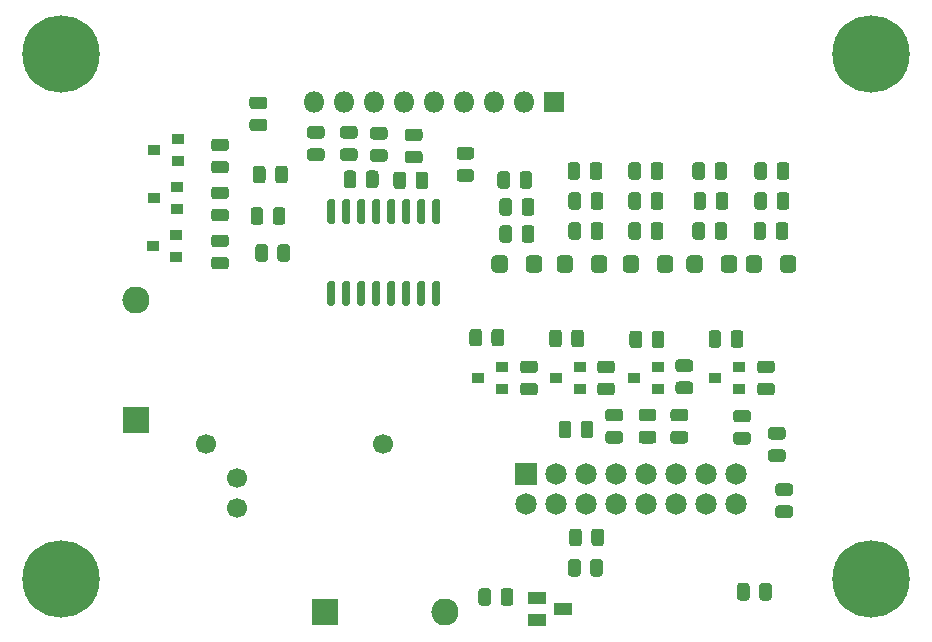
<source format=gbr>
G04 #@! TF.GenerationSoftware,KiCad,Pcbnew,(5.1.6-0-10_14)*
G04 #@! TF.CreationDate,2020-08-09T09:54:48-04:00*
G04 #@! TF.ProjectId,Pufferfish-Interface-2,50756666-6572-4666-9973-682d496e7465,rev?*
G04 #@! TF.SameCoordinates,Original*
G04 #@! TF.FileFunction,Soldermask,Top*
G04 #@! TF.FilePolarity,Negative*
%FSLAX46Y46*%
G04 Gerber Fmt 4.6, Leading zero omitted, Abs format (unit mm)*
G04 Created by KiCad (PCBNEW (5.1.6-0-10_14)) date 2020-08-09 09:54:48*
%MOMM*%
%LPD*%
G01*
G04 APERTURE LIST*
%ADD10C,6.553200*%
%ADD11R,1.500000X1.100000*%
%ADD12R,1.000000X0.900000*%
%ADD13O,2.300000X2.300000*%
%ADD14R,2.300000X2.300000*%
%ADD15O,1.800000X1.800000*%
%ADD16R,1.800000X1.800000*%
%ADD17R,1.825000X1.825000*%
%ADD18C,1.825000*%
%ADD19C,1.700000*%
G04 APERTURE END LIST*
D10*
X-3810000Y-6350000D03*
X-3810000Y-50800000D03*
X64770000Y-50800000D03*
X64770000Y-6350000D03*
D11*
X38692000Y-53340000D03*
X36492000Y-54290000D03*
X36492000Y-52390000D03*
G36*
G01*
X19255480Y-27649560D02*
X18905480Y-27649560D01*
G75*
G02*
X18730480Y-27474560I0J175000D01*
G01*
X18730480Y-25749560D01*
G75*
G02*
X18905480Y-25574560I175000J0D01*
G01*
X19255480Y-25574560D01*
G75*
G02*
X19430480Y-25749560I0J-175000D01*
G01*
X19430480Y-27474560D01*
G75*
G02*
X19255480Y-27649560I-175000J0D01*
G01*
G37*
G36*
G01*
X20525480Y-27649560D02*
X20175480Y-27649560D01*
G75*
G02*
X20000480Y-27474560I0J175000D01*
G01*
X20000480Y-25749560D01*
G75*
G02*
X20175480Y-25574560I175000J0D01*
G01*
X20525480Y-25574560D01*
G75*
G02*
X20700480Y-25749560I0J-175000D01*
G01*
X20700480Y-27474560D01*
G75*
G02*
X20525480Y-27649560I-175000J0D01*
G01*
G37*
G36*
G01*
X21795480Y-27649560D02*
X21445480Y-27649560D01*
G75*
G02*
X21270480Y-27474560I0J175000D01*
G01*
X21270480Y-25749560D01*
G75*
G02*
X21445480Y-25574560I175000J0D01*
G01*
X21795480Y-25574560D01*
G75*
G02*
X21970480Y-25749560I0J-175000D01*
G01*
X21970480Y-27474560D01*
G75*
G02*
X21795480Y-27649560I-175000J0D01*
G01*
G37*
G36*
G01*
X23065480Y-27649560D02*
X22715480Y-27649560D01*
G75*
G02*
X22540480Y-27474560I0J175000D01*
G01*
X22540480Y-25749560D01*
G75*
G02*
X22715480Y-25574560I175000J0D01*
G01*
X23065480Y-25574560D01*
G75*
G02*
X23240480Y-25749560I0J-175000D01*
G01*
X23240480Y-27474560D01*
G75*
G02*
X23065480Y-27649560I-175000J0D01*
G01*
G37*
G36*
G01*
X24335480Y-27649560D02*
X23985480Y-27649560D01*
G75*
G02*
X23810480Y-27474560I0J175000D01*
G01*
X23810480Y-25749560D01*
G75*
G02*
X23985480Y-25574560I175000J0D01*
G01*
X24335480Y-25574560D01*
G75*
G02*
X24510480Y-25749560I0J-175000D01*
G01*
X24510480Y-27474560D01*
G75*
G02*
X24335480Y-27649560I-175000J0D01*
G01*
G37*
G36*
G01*
X25605480Y-27649560D02*
X25255480Y-27649560D01*
G75*
G02*
X25080480Y-27474560I0J175000D01*
G01*
X25080480Y-25749560D01*
G75*
G02*
X25255480Y-25574560I175000J0D01*
G01*
X25605480Y-25574560D01*
G75*
G02*
X25780480Y-25749560I0J-175000D01*
G01*
X25780480Y-27474560D01*
G75*
G02*
X25605480Y-27649560I-175000J0D01*
G01*
G37*
G36*
G01*
X26875480Y-27649560D02*
X26525480Y-27649560D01*
G75*
G02*
X26350480Y-27474560I0J175000D01*
G01*
X26350480Y-25749560D01*
G75*
G02*
X26525480Y-25574560I175000J0D01*
G01*
X26875480Y-25574560D01*
G75*
G02*
X27050480Y-25749560I0J-175000D01*
G01*
X27050480Y-27474560D01*
G75*
G02*
X26875480Y-27649560I-175000J0D01*
G01*
G37*
G36*
G01*
X28145480Y-27649560D02*
X27795480Y-27649560D01*
G75*
G02*
X27620480Y-27474560I0J175000D01*
G01*
X27620480Y-25749560D01*
G75*
G02*
X27795480Y-25574560I175000J0D01*
G01*
X28145480Y-25574560D01*
G75*
G02*
X28320480Y-25749560I0J-175000D01*
G01*
X28320480Y-27474560D01*
G75*
G02*
X28145480Y-27649560I-175000J0D01*
G01*
G37*
G36*
G01*
X28145480Y-20724560D02*
X27795480Y-20724560D01*
G75*
G02*
X27620480Y-20549560I0J175000D01*
G01*
X27620480Y-18824560D01*
G75*
G02*
X27795480Y-18649560I175000J0D01*
G01*
X28145480Y-18649560D01*
G75*
G02*
X28320480Y-18824560I0J-175000D01*
G01*
X28320480Y-20549560D01*
G75*
G02*
X28145480Y-20724560I-175000J0D01*
G01*
G37*
G36*
G01*
X26875480Y-20724560D02*
X26525480Y-20724560D01*
G75*
G02*
X26350480Y-20549560I0J175000D01*
G01*
X26350480Y-18824560D01*
G75*
G02*
X26525480Y-18649560I175000J0D01*
G01*
X26875480Y-18649560D01*
G75*
G02*
X27050480Y-18824560I0J-175000D01*
G01*
X27050480Y-20549560D01*
G75*
G02*
X26875480Y-20724560I-175000J0D01*
G01*
G37*
G36*
G01*
X25605480Y-20724560D02*
X25255480Y-20724560D01*
G75*
G02*
X25080480Y-20549560I0J175000D01*
G01*
X25080480Y-18824560D01*
G75*
G02*
X25255480Y-18649560I175000J0D01*
G01*
X25605480Y-18649560D01*
G75*
G02*
X25780480Y-18824560I0J-175000D01*
G01*
X25780480Y-20549560D01*
G75*
G02*
X25605480Y-20724560I-175000J0D01*
G01*
G37*
G36*
G01*
X24335480Y-20724560D02*
X23985480Y-20724560D01*
G75*
G02*
X23810480Y-20549560I0J175000D01*
G01*
X23810480Y-18824560D01*
G75*
G02*
X23985480Y-18649560I175000J0D01*
G01*
X24335480Y-18649560D01*
G75*
G02*
X24510480Y-18824560I0J-175000D01*
G01*
X24510480Y-20549560D01*
G75*
G02*
X24335480Y-20724560I-175000J0D01*
G01*
G37*
G36*
G01*
X23065480Y-20724560D02*
X22715480Y-20724560D01*
G75*
G02*
X22540480Y-20549560I0J175000D01*
G01*
X22540480Y-18824560D01*
G75*
G02*
X22715480Y-18649560I175000J0D01*
G01*
X23065480Y-18649560D01*
G75*
G02*
X23240480Y-18824560I0J-175000D01*
G01*
X23240480Y-20549560D01*
G75*
G02*
X23065480Y-20724560I-175000J0D01*
G01*
G37*
G36*
G01*
X21795480Y-20724560D02*
X21445480Y-20724560D01*
G75*
G02*
X21270480Y-20549560I0J175000D01*
G01*
X21270480Y-18824560D01*
G75*
G02*
X21445480Y-18649560I175000J0D01*
G01*
X21795480Y-18649560D01*
G75*
G02*
X21970480Y-18824560I0J-175000D01*
G01*
X21970480Y-20549560D01*
G75*
G02*
X21795480Y-20724560I-175000J0D01*
G01*
G37*
G36*
G01*
X20525480Y-20724560D02*
X20175480Y-20724560D01*
G75*
G02*
X20000480Y-20549560I0J175000D01*
G01*
X20000480Y-18824560D01*
G75*
G02*
X20175480Y-18649560I175000J0D01*
G01*
X20525480Y-18649560D01*
G75*
G02*
X20700480Y-18824560I0J-175000D01*
G01*
X20700480Y-20549560D01*
G75*
G02*
X20525480Y-20724560I-175000J0D01*
G01*
G37*
G36*
G01*
X19255480Y-20724560D02*
X18905480Y-20724560D01*
G75*
G02*
X18730480Y-20549560I0J175000D01*
G01*
X18730480Y-18824560D01*
G75*
G02*
X18905480Y-18649560I175000J0D01*
G01*
X19255480Y-18649560D01*
G75*
G02*
X19430480Y-18824560I0J-175000D01*
G01*
X19430480Y-20549560D01*
G75*
G02*
X19255480Y-20724560I-175000J0D01*
G01*
G37*
G36*
G01*
X57863000Y-18314750D02*
X57863000Y-19277250D01*
G75*
G02*
X57594250Y-19546000I-268750J0D01*
G01*
X57056750Y-19546000D01*
G75*
G02*
X56788000Y-19277250I0J268750D01*
G01*
X56788000Y-18314750D01*
G75*
G02*
X57056750Y-18046000I268750J0D01*
G01*
X57594250Y-18046000D01*
G75*
G02*
X57863000Y-18314750I0J-268750D01*
G01*
G37*
G36*
G01*
X55988000Y-18314750D02*
X55988000Y-19277250D01*
G75*
G02*
X55719250Y-19546000I-268750J0D01*
G01*
X55181750Y-19546000D01*
G75*
G02*
X54913000Y-19277250I0J268750D01*
G01*
X54913000Y-18314750D01*
G75*
G02*
X55181750Y-18046000I268750J0D01*
G01*
X55719250Y-18046000D01*
G75*
G02*
X55988000Y-18314750I0J-268750D01*
G01*
G37*
G36*
G01*
X56788000Y-16737250D02*
X56788000Y-15774750D01*
G75*
G02*
X57056750Y-15506000I268750J0D01*
G01*
X57594250Y-15506000D01*
G75*
G02*
X57863000Y-15774750I0J-268750D01*
G01*
X57863000Y-16737250D01*
G75*
G02*
X57594250Y-17006000I-268750J0D01*
G01*
X57056750Y-17006000D01*
G75*
G02*
X56788000Y-16737250I0J268750D01*
G01*
G37*
G36*
G01*
X54913000Y-16737250D02*
X54913000Y-15774750D01*
G75*
G02*
X55181750Y-15506000I268750J0D01*
G01*
X55719250Y-15506000D01*
G75*
G02*
X55988000Y-15774750I0J-268750D01*
G01*
X55988000Y-16737250D01*
G75*
G02*
X55719250Y-17006000I-268750J0D01*
G01*
X55181750Y-17006000D01*
G75*
G02*
X54913000Y-16737250I0J268750D01*
G01*
G37*
G36*
G01*
X36273000Y-18822750D02*
X36273000Y-19785250D01*
G75*
G02*
X36004250Y-20054000I-268750J0D01*
G01*
X35466750Y-20054000D01*
G75*
G02*
X35198000Y-19785250I0J268750D01*
G01*
X35198000Y-18822750D01*
G75*
G02*
X35466750Y-18554000I268750J0D01*
G01*
X36004250Y-18554000D01*
G75*
G02*
X36273000Y-18822750I0J-268750D01*
G01*
G37*
G36*
G01*
X34398000Y-18822750D02*
X34398000Y-19785250D01*
G75*
G02*
X34129250Y-20054000I-268750J0D01*
G01*
X33591750Y-20054000D01*
G75*
G02*
X33323000Y-19785250I0J268750D01*
G01*
X33323000Y-18822750D01*
G75*
G02*
X33591750Y-18554000I268750J0D01*
G01*
X34129250Y-18554000D01*
G75*
G02*
X34398000Y-18822750I0J-268750D01*
G01*
G37*
G36*
G01*
X42115000Y-18314750D02*
X42115000Y-19277250D01*
G75*
G02*
X41846250Y-19546000I-268750J0D01*
G01*
X41308750Y-19546000D01*
G75*
G02*
X41040000Y-19277250I0J268750D01*
G01*
X41040000Y-18314750D01*
G75*
G02*
X41308750Y-18046000I268750J0D01*
G01*
X41846250Y-18046000D01*
G75*
G02*
X42115000Y-18314750I0J-268750D01*
G01*
G37*
G36*
G01*
X40240000Y-18314750D02*
X40240000Y-19277250D01*
G75*
G02*
X39971250Y-19546000I-268750J0D01*
G01*
X39433750Y-19546000D01*
G75*
G02*
X39165000Y-19277250I0J268750D01*
G01*
X39165000Y-18314750D01*
G75*
G02*
X39433750Y-18046000I268750J0D01*
G01*
X39971250Y-18046000D01*
G75*
G02*
X40240000Y-18314750I0J-268750D01*
G01*
G37*
G36*
G01*
X45320000Y-18314750D02*
X45320000Y-19277250D01*
G75*
G02*
X45051250Y-19546000I-268750J0D01*
G01*
X44513750Y-19546000D01*
G75*
G02*
X44245000Y-19277250I0J268750D01*
G01*
X44245000Y-18314750D01*
G75*
G02*
X44513750Y-18046000I268750J0D01*
G01*
X45051250Y-18046000D01*
G75*
G02*
X45320000Y-18314750I0J-268750D01*
G01*
G37*
G36*
G01*
X47195000Y-18314750D02*
X47195000Y-19277250D01*
G75*
G02*
X46926250Y-19546000I-268750J0D01*
G01*
X46388750Y-19546000D01*
G75*
G02*
X46120000Y-19277250I0J268750D01*
G01*
X46120000Y-18314750D01*
G75*
G02*
X46388750Y-18046000I268750J0D01*
G01*
X46926250Y-18046000D01*
G75*
G02*
X47195000Y-18314750I0J-268750D01*
G01*
G37*
G36*
G01*
X52704500Y-18314750D02*
X52704500Y-19277250D01*
G75*
G02*
X52435750Y-19546000I-268750J0D01*
G01*
X51898250Y-19546000D01*
G75*
G02*
X51629500Y-19277250I0J268750D01*
G01*
X51629500Y-18314750D01*
G75*
G02*
X51898250Y-18046000I268750J0D01*
G01*
X52435750Y-18046000D01*
G75*
G02*
X52704500Y-18314750I0J-268750D01*
G01*
G37*
G36*
G01*
X50829500Y-18314750D02*
X50829500Y-19277250D01*
G75*
G02*
X50560750Y-19546000I-268750J0D01*
G01*
X50023250Y-19546000D01*
G75*
G02*
X49754500Y-19277250I0J268750D01*
G01*
X49754500Y-18314750D01*
G75*
G02*
X50023250Y-18046000I268750J0D01*
G01*
X50560750Y-18046000D01*
G75*
G02*
X50829500Y-18314750I0J-268750D01*
G01*
G37*
G36*
G01*
X35022500Y-17499250D02*
X35022500Y-16536750D01*
G75*
G02*
X35291250Y-16268000I268750J0D01*
G01*
X35828750Y-16268000D01*
G75*
G02*
X36097500Y-16536750I0J-268750D01*
G01*
X36097500Y-17499250D01*
G75*
G02*
X35828750Y-17768000I-268750J0D01*
G01*
X35291250Y-17768000D01*
G75*
G02*
X35022500Y-17499250I0J268750D01*
G01*
G37*
G36*
G01*
X33147500Y-17499250D02*
X33147500Y-16536750D01*
G75*
G02*
X33416250Y-16268000I268750J0D01*
G01*
X33953750Y-16268000D01*
G75*
G02*
X34222500Y-16536750I0J-268750D01*
G01*
X34222500Y-17499250D01*
G75*
G02*
X33953750Y-17768000I-268750J0D01*
G01*
X33416250Y-17768000D01*
G75*
G02*
X33147500Y-17499250I0J268750D01*
G01*
G37*
G36*
G01*
X40961500Y-16737250D02*
X40961500Y-15774750D01*
G75*
G02*
X41230250Y-15506000I268750J0D01*
G01*
X41767750Y-15506000D01*
G75*
G02*
X42036500Y-15774750I0J-268750D01*
G01*
X42036500Y-16737250D01*
G75*
G02*
X41767750Y-17006000I-268750J0D01*
G01*
X41230250Y-17006000D01*
G75*
G02*
X40961500Y-16737250I0J268750D01*
G01*
G37*
G36*
G01*
X39086500Y-16737250D02*
X39086500Y-15774750D01*
G75*
G02*
X39355250Y-15506000I268750J0D01*
G01*
X39892750Y-15506000D01*
G75*
G02*
X40161500Y-15774750I0J-268750D01*
G01*
X40161500Y-16737250D01*
G75*
G02*
X39892750Y-17006000I-268750J0D01*
G01*
X39355250Y-17006000D01*
G75*
G02*
X39086500Y-16737250I0J268750D01*
G01*
G37*
G36*
G01*
X44245000Y-16737250D02*
X44245000Y-15774750D01*
G75*
G02*
X44513750Y-15506000I268750J0D01*
G01*
X45051250Y-15506000D01*
G75*
G02*
X45320000Y-15774750I0J-268750D01*
G01*
X45320000Y-16737250D01*
G75*
G02*
X45051250Y-17006000I-268750J0D01*
G01*
X44513750Y-17006000D01*
G75*
G02*
X44245000Y-16737250I0J268750D01*
G01*
G37*
G36*
G01*
X46120000Y-16737250D02*
X46120000Y-15774750D01*
G75*
G02*
X46388750Y-15506000I268750J0D01*
G01*
X46926250Y-15506000D01*
G75*
G02*
X47195000Y-15774750I0J-268750D01*
G01*
X47195000Y-16737250D01*
G75*
G02*
X46926250Y-17006000I-268750J0D01*
G01*
X46388750Y-17006000D01*
G75*
G02*
X46120000Y-16737250I0J268750D01*
G01*
G37*
G36*
G01*
X49657500Y-16737250D02*
X49657500Y-15774750D01*
G75*
G02*
X49926250Y-15506000I268750J0D01*
G01*
X50463750Y-15506000D01*
G75*
G02*
X50732500Y-15774750I0J-268750D01*
G01*
X50732500Y-16737250D01*
G75*
G02*
X50463750Y-17006000I-268750J0D01*
G01*
X49926250Y-17006000D01*
G75*
G02*
X49657500Y-16737250I0J268750D01*
G01*
G37*
G36*
G01*
X51532500Y-16737250D02*
X51532500Y-15774750D01*
G75*
G02*
X51801250Y-15506000I268750J0D01*
G01*
X52338750Y-15506000D01*
G75*
G02*
X52607500Y-15774750I0J-268750D01*
G01*
X52607500Y-16737250D01*
G75*
G02*
X52338750Y-17006000I-268750J0D01*
G01*
X51801250Y-17006000D01*
G75*
G02*
X51532500Y-16737250I0J268750D01*
G01*
G37*
G36*
G01*
X17301290Y-14329360D02*
X18263790Y-14329360D01*
G75*
G02*
X18532540Y-14598110I0J-268750D01*
G01*
X18532540Y-15135610D01*
G75*
G02*
X18263790Y-15404360I-268750J0D01*
G01*
X17301290Y-15404360D01*
G75*
G02*
X17032540Y-15135610I0J268750D01*
G01*
X17032540Y-14598110D01*
G75*
G02*
X17301290Y-14329360I268750J0D01*
G01*
G37*
G36*
G01*
X17301290Y-12454360D02*
X18263790Y-12454360D01*
G75*
G02*
X18532540Y-12723110I0J-268750D01*
G01*
X18532540Y-13260610D01*
G75*
G02*
X18263790Y-13529360I-268750J0D01*
G01*
X17301290Y-13529360D01*
G75*
G02*
X17032540Y-13260610I0J268750D01*
G01*
X17032540Y-12723110D01*
G75*
G02*
X17301290Y-12454360I268750J0D01*
G01*
G37*
G36*
G01*
X20095290Y-12454360D02*
X21057790Y-12454360D01*
G75*
G02*
X21326540Y-12723110I0J-268750D01*
G01*
X21326540Y-13260610D01*
G75*
G02*
X21057790Y-13529360I-268750J0D01*
G01*
X20095290Y-13529360D01*
G75*
G02*
X19826540Y-13260610I0J268750D01*
G01*
X19826540Y-12723110D01*
G75*
G02*
X20095290Y-12454360I268750J0D01*
G01*
G37*
G36*
G01*
X20095290Y-14329360D02*
X21057790Y-14329360D01*
G75*
G02*
X21326540Y-14598110I0J-268750D01*
G01*
X21326540Y-15135610D01*
G75*
G02*
X21057790Y-15404360I-268750J0D01*
G01*
X20095290Y-15404360D01*
G75*
G02*
X19826540Y-15135610I0J268750D01*
G01*
X19826540Y-14598110D01*
G75*
G02*
X20095290Y-14329360I268750J0D01*
G01*
G37*
G36*
G01*
X22635290Y-14407860D02*
X23597790Y-14407860D01*
G75*
G02*
X23866540Y-14676610I0J-268750D01*
G01*
X23866540Y-15214110D01*
G75*
G02*
X23597790Y-15482860I-268750J0D01*
G01*
X22635290Y-15482860D01*
G75*
G02*
X22366540Y-15214110I0J268750D01*
G01*
X22366540Y-14676610D01*
G75*
G02*
X22635290Y-14407860I268750J0D01*
G01*
G37*
G36*
G01*
X22635290Y-12532860D02*
X23597790Y-12532860D01*
G75*
G02*
X23866540Y-12801610I0J-268750D01*
G01*
X23866540Y-13339110D01*
G75*
G02*
X23597790Y-13607860I-268750J0D01*
G01*
X22635290Y-13607860D01*
G75*
G02*
X22366540Y-13339110I0J268750D01*
G01*
X22366540Y-12801610D01*
G75*
G02*
X22635290Y-12532860I268750J0D01*
G01*
G37*
G36*
G01*
X25584230Y-12665420D02*
X26546730Y-12665420D01*
G75*
G02*
X26815480Y-12934170I0J-268750D01*
G01*
X26815480Y-13471670D01*
G75*
G02*
X26546730Y-13740420I-268750J0D01*
G01*
X25584230Y-13740420D01*
G75*
G02*
X25315480Y-13471670I0J268750D01*
G01*
X25315480Y-12934170D01*
G75*
G02*
X25584230Y-12665420I268750J0D01*
G01*
G37*
G36*
G01*
X25584230Y-14540420D02*
X26546730Y-14540420D01*
G75*
G02*
X26815480Y-14809170I0J-268750D01*
G01*
X26815480Y-15346670D01*
G75*
G02*
X26546730Y-15615420I-268750J0D01*
G01*
X25584230Y-15615420D01*
G75*
G02*
X25315480Y-15346670I0J268750D01*
G01*
X25315480Y-14809170D01*
G75*
G02*
X25584230Y-14540420I268750J0D01*
G01*
G37*
G36*
G01*
X10133250Y-14586000D02*
X9170750Y-14586000D01*
G75*
G02*
X8902000Y-14317250I0J268750D01*
G01*
X8902000Y-13779750D01*
G75*
G02*
X9170750Y-13511000I268750J0D01*
G01*
X10133250Y-13511000D01*
G75*
G02*
X10402000Y-13779750I0J-268750D01*
G01*
X10402000Y-14317250D01*
G75*
G02*
X10133250Y-14586000I-268750J0D01*
G01*
G37*
G36*
G01*
X10133250Y-16461000D02*
X9170750Y-16461000D01*
G75*
G02*
X8902000Y-16192250I0J268750D01*
G01*
X8902000Y-15654750D01*
G75*
G02*
X9170750Y-15386000I268750J0D01*
G01*
X10133250Y-15386000D01*
G75*
G02*
X10402000Y-15654750I0J-268750D01*
G01*
X10402000Y-16192250D01*
G75*
G02*
X10133250Y-16461000I-268750J0D01*
G01*
G37*
G36*
G01*
X10133250Y-20525000D02*
X9170750Y-20525000D01*
G75*
G02*
X8902000Y-20256250I0J268750D01*
G01*
X8902000Y-19718750D01*
G75*
G02*
X9170750Y-19450000I268750J0D01*
G01*
X10133250Y-19450000D01*
G75*
G02*
X10402000Y-19718750I0J-268750D01*
G01*
X10402000Y-20256250D01*
G75*
G02*
X10133250Y-20525000I-268750J0D01*
G01*
G37*
G36*
G01*
X10133250Y-18650000D02*
X9170750Y-18650000D01*
G75*
G02*
X8902000Y-18381250I0J268750D01*
G01*
X8902000Y-17843750D01*
G75*
G02*
X9170750Y-17575000I268750J0D01*
G01*
X10133250Y-17575000D01*
G75*
G02*
X10402000Y-17843750I0J-268750D01*
G01*
X10402000Y-18381250D01*
G75*
G02*
X10133250Y-18650000I-268750J0D01*
G01*
G37*
G36*
G01*
X10133250Y-22714000D02*
X9170750Y-22714000D01*
G75*
G02*
X8902000Y-22445250I0J268750D01*
G01*
X8902000Y-21907750D01*
G75*
G02*
X9170750Y-21639000I268750J0D01*
G01*
X10133250Y-21639000D01*
G75*
G02*
X10402000Y-21907750I0J-268750D01*
G01*
X10402000Y-22445250D01*
G75*
G02*
X10133250Y-22714000I-268750J0D01*
G01*
G37*
G36*
G01*
X10133250Y-24589000D02*
X9170750Y-24589000D01*
G75*
G02*
X8902000Y-24320250I0J268750D01*
G01*
X8902000Y-23782750D01*
G75*
G02*
X9170750Y-23514000I268750J0D01*
G01*
X10133250Y-23514000D01*
G75*
G02*
X10402000Y-23782750I0J-268750D01*
G01*
X10402000Y-24320250D01*
G75*
G02*
X10133250Y-24589000I-268750J0D01*
G01*
G37*
G36*
G01*
X34495000Y-51842750D02*
X34495000Y-52805250D01*
G75*
G02*
X34226250Y-53074000I-268750J0D01*
G01*
X33688750Y-53074000D01*
G75*
G02*
X33420000Y-52805250I0J268750D01*
G01*
X33420000Y-51842750D01*
G75*
G02*
X33688750Y-51574000I268750J0D01*
G01*
X34226250Y-51574000D01*
G75*
G02*
X34495000Y-51842750I0J-268750D01*
G01*
G37*
G36*
G01*
X32620000Y-51842750D02*
X32620000Y-52805250D01*
G75*
G02*
X32351250Y-53074000I-268750J0D01*
G01*
X31813750Y-53074000D01*
G75*
G02*
X31545000Y-52805250I0J268750D01*
G01*
X31545000Y-51842750D01*
G75*
G02*
X31813750Y-51574000I268750J0D01*
G01*
X32351250Y-51574000D01*
G75*
G02*
X32620000Y-51842750I0J-268750D01*
G01*
G37*
G36*
G01*
X52099020Y-29998750D02*
X52099020Y-30961250D01*
G75*
G02*
X51830270Y-31230000I-268750J0D01*
G01*
X51292770Y-31230000D01*
G75*
G02*
X51024020Y-30961250I0J268750D01*
G01*
X51024020Y-29998750D01*
G75*
G02*
X51292770Y-29730000I268750J0D01*
G01*
X51830270Y-29730000D01*
G75*
G02*
X52099020Y-29998750I0J-268750D01*
G01*
G37*
G36*
G01*
X53974020Y-29998750D02*
X53974020Y-30961250D01*
G75*
G02*
X53705270Y-31230000I-268750J0D01*
G01*
X53167770Y-31230000D01*
G75*
G02*
X52899020Y-30961250I0J268750D01*
G01*
X52899020Y-29998750D01*
G75*
G02*
X53167770Y-29730000I268750J0D01*
G01*
X53705270Y-29730000D01*
G75*
G02*
X53974020Y-29998750I0J-268750D01*
G01*
G37*
G36*
G01*
X47273500Y-30036850D02*
X47273500Y-30999350D01*
G75*
G02*
X47004750Y-31268100I-268750J0D01*
G01*
X46467250Y-31268100D01*
G75*
G02*
X46198500Y-30999350I0J268750D01*
G01*
X46198500Y-30036850D01*
G75*
G02*
X46467250Y-29768100I268750J0D01*
G01*
X47004750Y-29768100D01*
G75*
G02*
X47273500Y-30036850I0J-268750D01*
G01*
G37*
G36*
G01*
X45398500Y-30036850D02*
X45398500Y-30999350D01*
G75*
G02*
X45129750Y-31268100I-268750J0D01*
G01*
X44592250Y-31268100D01*
G75*
G02*
X44323500Y-30999350I0J268750D01*
G01*
X44323500Y-30036850D01*
G75*
G02*
X44592250Y-29768100I268750J0D01*
G01*
X45129750Y-29768100D01*
G75*
G02*
X45398500Y-30036850I0J-268750D01*
G01*
G37*
G36*
G01*
X38609320Y-29958110D02*
X38609320Y-30920610D01*
G75*
G02*
X38340570Y-31189360I-268750J0D01*
G01*
X37803070Y-31189360D01*
G75*
G02*
X37534320Y-30920610I0J268750D01*
G01*
X37534320Y-29958110D01*
G75*
G02*
X37803070Y-29689360I268750J0D01*
G01*
X38340570Y-29689360D01*
G75*
G02*
X38609320Y-29958110I0J-268750D01*
G01*
G37*
G36*
G01*
X40484320Y-29958110D02*
X40484320Y-30920610D01*
G75*
G02*
X40215570Y-31189360I-268750J0D01*
G01*
X39678070Y-31189360D01*
G75*
G02*
X39409320Y-30920610I0J268750D01*
G01*
X39409320Y-29958110D01*
G75*
G02*
X39678070Y-29689360I268750J0D01*
G01*
X40215570Y-29689360D01*
G75*
G02*
X40484320Y-29958110I0J-268750D01*
G01*
G37*
G36*
G01*
X33723080Y-29879370D02*
X33723080Y-30841870D01*
G75*
G02*
X33454330Y-31110620I-268750J0D01*
G01*
X32916830Y-31110620D01*
G75*
G02*
X32648080Y-30841870I0J268750D01*
G01*
X32648080Y-29879370D01*
G75*
G02*
X32916830Y-29610620I268750J0D01*
G01*
X33454330Y-29610620D01*
G75*
G02*
X33723080Y-29879370I0J-268750D01*
G01*
G37*
G36*
G01*
X31848080Y-29879370D02*
X31848080Y-30841870D01*
G75*
G02*
X31579330Y-31110620I-268750J0D01*
G01*
X31041830Y-31110620D01*
G75*
G02*
X30773080Y-30841870I0J268750D01*
G01*
X30773080Y-29879370D01*
G75*
G02*
X31041830Y-29610620I268750J0D01*
G01*
X31579330Y-29610620D01*
G75*
G02*
X31848080Y-29879370I0J-268750D01*
G01*
G37*
G36*
G01*
X56361250Y-35257000D02*
X55398750Y-35257000D01*
G75*
G02*
X55130000Y-34988250I0J268750D01*
G01*
X55130000Y-34450750D01*
G75*
G02*
X55398750Y-34182000I268750J0D01*
G01*
X56361250Y-34182000D01*
G75*
G02*
X56630000Y-34450750I0J-268750D01*
G01*
X56630000Y-34988250D01*
G75*
G02*
X56361250Y-35257000I-268750J0D01*
G01*
G37*
G36*
G01*
X56361250Y-33382000D02*
X55398750Y-33382000D01*
G75*
G02*
X55130000Y-33113250I0J268750D01*
G01*
X55130000Y-32575750D01*
G75*
G02*
X55398750Y-32307000I268750J0D01*
G01*
X56361250Y-32307000D01*
G75*
G02*
X56630000Y-32575750I0J-268750D01*
G01*
X56630000Y-33113250D01*
G75*
G02*
X56361250Y-33382000I-268750J0D01*
G01*
G37*
G36*
G01*
X49457530Y-33275320D02*
X48495030Y-33275320D01*
G75*
G02*
X48226280Y-33006570I0J268750D01*
G01*
X48226280Y-32469070D01*
G75*
G02*
X48495030Y-32200320I268750J0D01*
G01*
X49457530Y-32200320D01*
G75*
G02*
X49726280Y-32469070I0J-268750D01*
G01*
X49726280Y-33006570D01*
G75*
G02*
X49457530Y-33275320I-268750J0D01*
G01*
G37*
G36*
G01*
X49457530Y-35150320D02*
X48495030Y-35150320D01*
G75*
G02*
X48226280Y-34881570I0J268750D01*
G01*
X48226280Y-34344070D01*
G75*
G02*
X48495030Y-34075320I268750J0D01*
G01*
X49457530Y-34075320D01*
G75*
G02*
X49726280Y-34344070I0J-268750D01*
G01*
X49726280Y-34881570D01*
G75*
G02*
X49457530Y-35150320I-268750J0D01*
G01*
G37*
G36*
G01*
X42823050Y-35257000D02*
X41860550Y-35257000D01*
G75*
G02*
X41591800Y-34988250I0J268750D01*
G01*
X41591800Y-34450750D01*
G75*
G02*
X41860550Y-34182000I268750J0D01*
G01*
X42823050Y-34182000D01*
G75*
G02*
X43091800Y-34450750I0J-268750D01*
G01*
X43091800Y-34988250D01*
G75*
G02*
X42823050Y-35257000I-268750J0D01*
G01*
G37*
G36*
G01*
X42823050Y-33382000D02*
X41860550Y-33382000D01*
G75*
G02*
X41591800Y-33113250I0J268750D01*
G01*
X41591800Y-32575750D01*
G75*
G02*
X41860550Y-32307000I268750J0D01*
G01*
X42823050Y-32307000D01*
G75*
G02*
X43091800Y-32575750I0J-268750D01*
G01*
X43091800Y-33113250D01*
G75*
G02*
X42823050Y-33382000I-268750J0D01*
G01*
G37*
G36*
G01*
X36295250Y-33382000D02*
X35332750Y-33382000D01*
G75*
G02*
X35064000Y-33113250I0J268750D01*
G01*
X35064000Y-32575750D01*
G75*
G02*
X35332750Y-32307000I268750J0D01*
G01*
X36295250Y-32307000D01*
G75*
G02*
X36564000Y-32575750I0J-268750D01*
G01*
X36564000Y-33113250D01*
G75*
G02*
X36295250Y-33382000I-268750J0D01*
G01*
G37*
G36*
G01*
X36295250Y-35257000D02*
X35332750Y-35257000D01*
G75*
G02*
X35064000Y-34988250I0J268750D01*
G01*
X35064000Y-34450750D01*
G75*
G02*
X35332750Y-34182000I268750J0D01*
G01*
X36295250Y-34182000D01*
G75*
G02*
X36564000Y-34450750I0J-268750D01*
G01*
X36564000Y-34988250D01*
G75*
G02*
X36295250Y-35257000I-268750J0D01*
G01*
G37*
D12*
X4080000Y-14478000D03*
X6080000Y-13528000D03*
X6080000Y-15428000D03*
X4047740Y-18521720D03*
X6047740Y-17571720D03*
X6047740Y-19471720D03*
X5970780Y-23566160D03*
X5970780Y-21666160D03*
X3970780Y-22616160D03*
X51578000Y-33782000D03*
X53578000Y-32832000D03*
X53578000Y-34732000D03*
X46720000Y-34732000D03*
X46720000Y-32832000D03*
X44720000Y-33782000D03*
X38116000Y-33782000D03*
X40116000Y-32832000D03*
X40116000Y-34732000D03*
X33512000Y-34732000D03*
X33512000Y-32832000D03*
X31512000Y-33782000D03*
G36*
G01*
X57064000Y-24530000D02*
X57064000Y-23730000D01*
G75*
G02*
X57414000Y-23380000I350000J0D01*
G01*
X58114000Y-23380000D01*
G75*
G02*
X58464000Y-23730000I0J-350000D01*
G01*
X58464000Y-24530000D01*
G75*
G02*
X58114000Y-24880000I-350000J0D01*
G01*
X57414000Y-24880000D01*
G75*
G02*
X57064000Y-24530000I0J350000D01*
G01*
G37*
G36*
G01*
X54164000Y-24530000D02*
X54164000Y-23730000D01*
G75*
G02*
X54514000Y-23380000I350000J0D01*
G01*
X55214000Y-23380000D01*
G75*
G02*
X55564000Y-23730000I0J-350000D01*
G01*
X55564000Y-24530000D01*
G75*
G02*
X55214000Y-24880000I-350000J0D01*
G01*
X54514000Y-24880000D01*
G75*
G02*
X54164000Y-24530000I0J350000D01*
G01*
G37*
G36*
G01*
X35548000Y-24530000D02*
X35548000Y-23730000D01*
G75*
G02*
X35898000Y-23380000I350000J0D01*
G01*
X36598000Y-23380000D01*
G75*
G02*
X36948000Y-23730000I0J-350000D01*
G01*
X36948000Y-24530000D01*
G75*
G02*
X36598000Y-24880000I-350000J0D01*
G01*
X35898000Y-24880000D01*
G75*
G02*
X35548000Y-24530000I0J350000D01*
G01*
G37*
G36*
G01*
X32648000Y-24530000D02*
X32648000Y-23730000D01*
G75*
G02*
X32998000Y-23380000I350000J0D01*
G01*
X33698000Y-23380000D01*
G75*
G02*
X34048000Y-23730000I0J-350000D01*
G01*
X34048000Y-24530000D01*
G75*
G02*
X33698000Y-24880000I-350000J0D01*
G01*
X32998000Y-24880000D01*
G75*
G02*
X32648000Y-24530000I0J350000D01*
G01*
G37*
G36*
G01*
X41062000Y-24530000D02*
X41062000Y-23730000D01*
G75*
G02*
X41412000Y-23380000I350000J0D01*
G01*
X42112000Y-23380000D01*
G75*
G02*
X42462000Y-23730000I0J-350000D01*
G01*
X42462000Y-24530000D01*
G75*
G02*
X42112000Y-24880000I-350000J0D01*
G01*
X41412000Y-24880000D01*
G75*
G02*
X41062000Y-24530000I0J350000D01*
G01*
G37*
G36*
G01*
X38162000Y-24530000D02*
X38162000Y-23730000D01*
G75*
G02*
X38512000Y-23380000I350000J0D01*
G01*
X39212000Y-23380000D01*
G75*
G02*
X39562000Y-23730000I0J-350000D01*
G01*
X39562000Y-24530000D01*
G75*
G02*
X39212000Y-24880000I-350000J0D01*
G01*
X38512000Y-24880000D01*
G75*
G02*
X38162000Y-24530000I0J350000D01*
G01*
G37*
G36*
G01*
X43750000Y-24530000D02*
X43750000Y-23730000D01*
G75*
G02*
X44100000Y-23380000I350000J0D01*
G01*
X44800000Y-23380000D01*
G75*
G02*
X45150000Y-23730000I0J-350000D01*
G01*
X45150000Y-24530000D01*
G75*
G02*
X44800000Y-24880000I-350000J0D01*
G01*
X44100000Y-24880000D01*
G75*
G02*
X43750000Y-24530000I0J350000D01*
G01*
G37*
G36*
G01*
X46650000Y-24530000D02*
X46650000Y-23730000D01*
G75*
G02*
X47000000Y-23380000I350000J0D01*
G01*
X47700000Y-23380000D01*
G75*
G02*
X48050000Y-23730000I0J-350000D01*
G01*
X48050000Y-24530000D01*
G75*
G02*
X47700000Y-24880000I-350000J0D01*
G01*
X47000000Y-24880000D01*
G75*
G02*
X46650000Y-24530000I0J350000D01*
G01*
G37*
G36*
G01*
X49158000Y-24530000D02*
X49158000Y-23730000D01*
G75*
G02*
X49508000Y-23380000I350000J0D01*
G01*
X50208000Y-23380000D01*
G75*
G02*
X50558000Y-23730000I0J-350000D01*
G01*
X50558000Y-24530000D01*
G75*
G02*
X50208000Y-24880000I-350000J0D01*
G01*
X49508000Y-24880000D01*
G75*
G02*
X49158000Y-24530000I0J350000D01*
G01*
G37*
G36*
G01*
X52058000Y-24530000D02*
X52058000Y-23730000D01*
G75*
G02*
X52408000Y-23380000I350000J0D01*
G01*
X53108000Y-23380000D01*
G75*
G02*
X53458000Y-23730000I0J-350000D01*
G01*
X53458000Y-24530000D01*
G75*
G02*
X53108000Y-24880000I-350000J0D01*
G01*
X52408000Y-24880000D01*
G75*
G02*
X52058000Y-24530000I0J350000D01*
G01*
G37*
D13*
X2540000Y-27178000D03*
D14*
X2540000Y-37338000D03*
X18542000Y-53594000D03*
D13*
X28702000Y-53594000D03*
G36*
G01*
X54834500Y-21817250D02*
X54834500Y-20854750D01*
G75*
G02*
X55103250Y-20586000I268750J0D01*
G01*
X55640750Y-20586000D01*
G75*
G02*
X55909500Y-20854750I0J-268750D01*
G01*
X55909500Y-21817250D01*
G75*
G02*
X55640750Y-22086000I-268750J0D01*
G01*
X55103250Y-22086000D01*
G75*
G02*
X54834500Y-21817250I0J268750D01*
G01*
G37*
G36*
G01*
X56709500Y-21817250D02*
X56709500Y-20854750D01*
G75*
G02*
X56978250Y-20586000I268750J0D01*
G01*
X57515750Y-20586000D01*
G75*
G02*
X57784500Y-20854750I0J-268750D01*
G01*
X57784500Y-21817250D01*
G75*
G02*
X57515750Y-22086000I-268750J0D01*
G01*
X56978250Y-22086000D01*
G75*
G02*
X56709500Y-21817250I0J268750D01*
G01*
G37*
G36*
G01*
X33323000Y-22071250D02*
X33323000Y-21108750D01*
G75*
G02*
X33591750Y-20840000I268750J0D01*
G01*
X34129250Y-20840000D01*
G75*
G02*
X34398000Y-21108750I0J-268750D01*
G01*
X34398000Y-22071250D01*
G75*
G02*
X34129250Y-22340000I-268750J0D01*
G01*
X33591750Y-22340000D01*
G75*
G02*
X33323000Y-22071250I0J268750D01*
G01*
G37*
G36*
G01*
X35198000Y-22071250D02*
X35198000Y-21108750D01*
G75*
G02*
X35466750Y-20840000I268750J0D01*
G01*
X36004250Y-20840000D01*
G75*
G02*
X36273000Y-21108750I0J-268750D01*
G01*
X36273000Y-22071250D01*
G75*
G02*
X36004250Y-22340000I-268750J0D01*
G01*
X35466750Y-22340000D01*
G75*
G02*
X35198000Y-22071250I0J268750D01*
G01*
G37*
G36*
G01*
X39165000Y-21817250D02*
X39165000Y-20854750D01*
G75*
G02*
X39433750Y-20586000I268750J0D01*
G01*
X39971250Y-20586000D01*
G75*
G02*
X40240000Y-20854750I0J-268750D01*
G01*
X40240000Y-21817250D01*
G75*
G02*
X39971250Y-22086000I-268750J0D01*
G01*
X39433750Y-22086000D01*
G75*
G02*
X39165000Y-21817250I0J268750D01*
G01*
G37*
G36*
G01*
X41040000Y-21817250D02*
X41040000Y-20854750D01*
G75*
G02*
X41308750Y-20586000I268750J0D01*
G01*
X41846250Y-20586000D01*
G75*
G02*
X42115000Y-20854750I0J-268750D01*
G01*
X42115000Y-21817250D01*
G75*
G02*
X41846250Y-22086000I-268750J0D01*
G01*
X41308750Y-22086000D01*
G75*
G02*
X41040000Y-21817250I0J268750D01*
G01*
G37*
G36*
G01*
X46120000Y-21817250D02*
X46120000Y-20854750D01*
G75*
G02*
X46388750Y-20586000I268750J0D01*
G01*
X46926250Y-20586000D01*
G75*
G02*
X47195000Y-20854750I0J-268750D01*
G01*
X47195000Y-21817250D01*
G75*
G02*
X46926250Y-22086000I-268750J0D01*
G01*
X46388750Y-22086000D01*
G75*
G02*
X46120000Y-21817250I0J268750D01*
G01*
G37*
G36*
G01*
X44245000Y-21817250D02*
X44245000Y-20854750D01*
G75*
G02*
X44513750Y-20586000I268750J0D01*
G01*
X45051250Y-20586000D01*
G75*
G02*
X45320000Y-20854750I0J-268750D01*
G01*
X45320000Y-21817250D01*
G75*
G02*
X45051250Y-22086000I-268750J0D01*
G01*
X44513750Y-22086000D01*
G75*
G02*
X44245000Y-21817250I0J268750D01*
G01*
G37*
G36*
G01*
X51532500Y-21817250D02*
X51532500Y-20854750D01*
G75*
G02*
X51801250Y-20586000I268750J0D01*
G01*
X52338750Y-20586000D01*
G75*
G02*
X52607500Y-20854750I0J-268750D01*
G01*
X52607500Y-21817250D01*
G75*
G02*
X52338750Y-22086000I-268750J0D01*
G01*
X51801250Y-22086000D01*
G75*
G02*
X51532500Y-21817250I0J268750D01*
G01*
G37*
G36*
G01*
X49657500Y-21817250D02*
X49657500Y-20854750D01*
G75*
G02*
X49926250Y-20586000I268750J0D01*
G01*
X50463750Y-20586000D01*
G75*
G02*
X50732500Y-20854750I0J-268750D01*
G01*
X50732500Y-21817250D01*
G75*
G02*
X50463750Y-22086000I-268750J0D01*
G01*
X49926250Y-22086000D01*
G75*
G02*
X49657500Y-21817250I0J268750D01*
G01*
G37*
G36*
G01*
X40199260Y-38621890D02*
X40199260Y-37659390D01*
G75*
G02*
X40468010Y-37390640I268750J0D01*
G01*
X41005510Y-37390640D01*
G75*
G02*
X41274260Y-37659390I0J-268750D01*
G01*
X41274260Y-38621890D01*
G75*
G02*
X41005510Y-38890640I-268750J0D01*
G01*
X40468010Y-38890640D01*
G75*
G02*
X40199260Y-38621890I0J268750D01*
G01*
G37*
G36*
G01*
X38324260Y-38621890D02*
X38324260Y-37659390D01*
G75*
G02*
X38593010Y-37390640I268750J0D01*
G01*
X39130510Y-37390640D01*
G75*
G02*
X39399260Y-37659390I0J-268750D01*
G01*
X39399260Y-38621890D01*
G75*
G02*
X39130510Y-38890640I-268750J0D01*
G01*
X38593010Y-38890640D01*
G75*
G02*
X38324260Y-38621890I0J268750D01*
G01*
G37*
G36*
G01*
X42551430Y-38263780D02*
X43513930Y-38263780D01*
G75*
G02*
X43782680Y-38532530I0J-268750D01*
G01*
X43782680Y-39070030D01*
G75*
G02*
X43513930Y-39338780I-268750J0D01*
G01*
X42551430Y-39338780D01*
G75*
G02*
X42282680Y-39070030I0J268750D01*
G01*
X42282680Y-38532530D01*
G75*
G02*
X42551430Y-38263780I268750J0D01*
G01*
G37*
G36*
G01*
X42551430Y-36388780D02*
X43513930Y-36388780D01*
G75*
G02*
X43782680Y-36657530I0J-268750D01*
G01*
X43782680Y-37195030D01*
G75*
G02*
X43513930Y-37463780I-268750J0D01*
G01*
X42551430Y-37463780D01*
G75*
G02*
X42282680Y-37195030I0J268750D01*
G01*
X42282680Y-36657530D01*
G75*
G02*
X42551430Y-36388780I268750J0D01*
G01*
G37*
G36*
G01*
X45375910Y-38263780D02*
X46338410Y-38263780D01*
G75*
G02*
X46607160Y-38532530I0J-268750D01*
G01*
X46607160Y-39070030D01*
G75*
G02*
X46338410Y-39338780I-268750J0D01*
G01*
X45375910Y-39338780D01*
G75*
G02*
X45107160Y-39070030I0J268750D01*
G01*
X45107160Y-38532530D01*
G75*
G02*
X45375910Y-38263780I268750J0D01*
G01*
G37*
G36*
G01*
X45375910Y-36388780D02*
X46338410Y-36388780D01*
G75*
G02*
X46607160Y-36657530I0J-268750D01*
G01*
X46607160Y-37195030D01*
G75*
G02*
X46338410Y-37463780I-268750J0D01*
G01*
X45375910Y-37463780D01*
G75*
G02*
X45107160Y-37195030I0J268750D01*
G01*
X45107160Y-36657530D01*
G75*
G02*
X45375910Y-36388780I268750J0D01*
G01*
G37*
G36*
G01*
X48070850Y-38263780D02*
X49033350Y-38263780D01*
G75*
G02*
X49302100Y-38532530I0J-268750D01*
G01*
X49302100Y-39070030D01*
G75*
G02*
X49033350Y-39338780I-268750J0D01*
G01*
X48070850Y-39338780D01*
G75*
G02*
X47802100Y-39070030I0J268750D01*
G01*
X47802100Y-38532530D01*
G75*
G02*
X48070850Y-38263780I268750J0D01*
G01*
G37*
G36*
G01*
X48070850Y-36388780D02*
X49033350Y-36388780D01*
G75*
G02*
X49302100Y-36657530I0J-268750D01*
G01*
X49302100Y-37195030D01*
G75*
G02*
X49033350Y-37463780I-268750J0D01*
G01*
X48070850Y-37463780D01*
G75*
G02*
X47802100Y-37195030I0J268750D01*
G01*
X47802100Y-36657530D01*
G75*
G02*
X48070850Y-36388780I268750J0D01*
G01*
G37*
G36*
G01*
X53376910Y-38350140D02*
X54339410Y-38350140D01*
G75*
G02*
X54608160Y-38618890I0J-268750D01*
G01*
X54608160Y-39156390D01*
G75*
G02*
X54339410Y-39425140I-268750J0D01*
G01*
X53376910Y-39425140D01*
G75*
G02*
X53108160Y-39156390I0J268750D01*
G01*
X53108160Y-38618890D01*
G75*
G02*
X53376910Y-38350140I268750J0D01*
G01*
G37*
G36*
G01*
X53376910Y-36475140D02*
X54339410Y-36475140D01*
G75*
G02*
X54608160Y-36743890I0J-268750D01*
G01*
X54608160Y-37281390D01*
G75*
G02*
X54339410Y-37550140I-268750J0D01*
G01*
X53376910Y-37550140D01*
G75*
G02*
X53108160Y-37281390I0J268750D01*
G01*
X53108160Y-36743890D01*
G75*
G02*
X53376910Y-36475140I268750J0D01*
G01*
G37*
G36*
G01*
X56333470Y-39815480D02*
X57295970Y-39815480D01*
G75*
G02*
X57564720Y-40084230I0J-268750D01*
G01*
X57564720Y-40621730D01*
G75*
G02*
X57295970Y-40890480I-268750J0D01*
G01*
X56333470Y-40890480D01*
G75*
G02*
X56064720Y-40621730I0J268750D01*
G01*
X56064720Y-40084230D01*
G75*
G02*
X56333470Y-39815480I268750J0D01*
G01*
G37*
G36*
G01*
X56333470Y-37940480D02*
X57295970Y-37940480D01*
G75*
G02*
X57564720Y-38209230I0J-268750D01*
G01*
X57564720Y-38746730D01*
G75*
G02*
X57295970Y-39015480I-268750J0D01*
G01*
X56333470Y-39015480D01*
G75*
G02*
X56064720Y-38746730I0J268750D01*
G01*
X56064720Y-38209230D01*
G75*
G02*
X56333470Y-37940480I268750J0D01*
G01*
G37*
G36*
G01*
X41103740Y-47763350D02*
X41103740Y-46800850D01*
G75*
G02*
X41372490Y-46532100I268750J0D01*
G01*
X41909990Y-46532100D01*
G75*
G02*
X42178740Y-46800850I0J-268750D01*
G01*
X42178740Y-47763350D01*
G75*
G02*
X41909990Y-48032100I-268750J0D01*
G01*
X41372490Y-48032100D01*
G75*
G02*
X41103740Y-47763350I0J268750D01*
G01*
G37*
G36*
G01*
X39228740Y-47763350D02*
X39228740Y-46800850D01*
G75*
G02*
X39497490Y-46532100I268750J0D01*
G01*
X40034990Y-46532100D01*
G75*
G02*
X40303740Y-46800850I0J-268750D01*
G01*
X40303740Y-47763350D01*
G75*
G02*
X40034990Y-48032100I-268750J0D01*
G01*
X39497490Y-48032100D01*
G75*
G02*
X39228740Y-47763350I0J268750D01*
G01*
G37*
G36*
G01*
X40204440Y-49368790D02*
X40204440Y-50331290D01*
G75*
G02*
X39935690Y-50600040I-268750J0D01*
G01*
X39398190Y-50600040D01*
G75*
G02*
X39129440Y-50331290I0J268750D01*
G01*
X39129440Y-49368790D01*
G75*
G02*
X39398190Y-49100040I268750J0D01*
G01*
X39935690Y-49100040D01*
G75*
G02*
X40204440Y-49368790I0J-268750D01*
G01*
G37*
G36*
G01*
X42079440Y-49368790D02*
X42079440Y-50331290D01*
G75*
G02*
X41810690Y-50600040I-268750J0D01*
G01*
X41273190Y-50600040D01*
G75*
G02*
X41004440Y-50331290I0J268750D01*
G01*
X41004440Y-49368790D01*
G75*
G02*
X41273190Y-49100040I268750J0D01*
G01*
X41810690Y-49100040D01*
G75*
G02*
X42079440Y-49368790I0J-268750D01*
G01*
G37*
G36*
G01*
X55304640Y-52355670D02*
X55304640Y-51393170D01*
G75*
G02*
X55573390Y-51124420I268750J0D01*
G01*
X56110890Y-51124420D01*
G75*
G02*
X56379640Y-51393170I0J-268750D01*
G01*
X56379640Y-52355670D01*
G75*
G02*
X56110890Y-52624420I-268750J0D01*
G01*
X55573390Y-52624420D01*
G75*
G02*
X55304640Y-52355670I0J268750D01*
G01*
G37*
G36*
G01*
X53429640Y-52355670D02*
X53429640Y-51393170D01*
G75*
G02*
X53698390Y-51124420I268750J0D01*
G01*
X54235890Y-51124420D01*
G75*
G02*
X54504640Y-51393170I0J-268750D01*
G01*
X54504640Y-52355670D01*
G75*
G02*
X54235890Y-52624420I-268750J0D01*
G01*
X53698390Y-52624420D01*
G75*
G02*
X53429640Y-52355670I0J268750D01*
G01*
G37*
G36*
G01*
X57903030Y-43768060D02*
X56940530Y-43768060D01*
G75*
G02*
X56671780Y-43499310I0J268750D01*
G01*
X56671780Y-42961810D01*
G75*
G02*
X56940530Y-42693060I268750J0D01*
G01*
X57903030Y-42693060D01*
G75*
G02*
X58171780Y-42961810I0J-268750D01*
G01*
X58171780Y-43499310D01*
G75*
G02*
X57903030Y-43768060I-268750J0D01*
G01*
G37*
G36*
G01*
X57903030Y-45643060D02*
X56940530Y-45643060D01*
G75*
G02*
X56671780Y-45374310I0J268750D01*
G01*
X56671780Y-44836810D01*
G75*
G02*
X56940530Y-44568060I268750J0D01*
G01*
X57903030Y-44568060D01*
G75*
G02*
X58171780Y-44836810I0J-268750D01*
G01*
X58171780Y-45374310D01*
G75*
G02*
X57903030Y-45643060I-268750J0D01*
G01*
G37*
G36*
G01*
X13326160Y-19594910D02*
X13326160Y-20557410D01*
G75*
G02*
X13057410Y-20826160I-268750J0D01*
G01*
X12519910Y-20826160D01*
G75*
G02*
X12251160Y-20557410I0J268750D01*
G01*
X12251160Y-19594910D01*
G75*
G02*
X12519910Y-19326160I268750J0D01*
G01*
X13057410Y-19326160D01*
G75*
G02*
X13326160Y-19594910I0J-268750D01*
G01*
G37*
G36*
G01*
X15201160Y-19594910D02*
X15201160Y-20557410D01*
G75*
G02*
X14932410Y-20826160I-268750J0D01*
G01*
X14394910Y-20826160D01*
G75*
G02*
X14126160Y-20557410I0J268750D01*
G01*
X14126160Y-19594910D01*
G75*
G02*
X14394910Y-19326160I268750J0D01*
G01*
X14932410Y-19326160D01*
G75*
G02*
X15201160Y-19594910I0J-268750D01*
G01*
G37*
G36*
G01*
X13719860Y-22714030D02*
X13719860Y-23676530D01*
G75*
G02*
X13451110Y-23945280I-268750J0D01*
G01*
X12913610Y-23945280D01*
G75*
G02*
X12644860Y-23676530I0J268750D01*
G01*
X12644860Y-22714030D01*
G75*
G02*
X12913610Y-22445280I268750J0D01*
G01*
X13451110Y-22445280D01*
G75*
G02*
X13719860Y-22714030I0J-268750D01*
G01*
G37*
G36*
G01*
X15594860Y-22714030D02*
X15594860Y-23676530D01*
G75*
G02*
X15326110Y-23945280I-268750J0D01*
G01*
X14788610Y-23945280D01*
G75*
G02*
X14519860Y-23676530I0J268750D01*
G01*
X14519860Y-22714030D01*
G75*
G02*
X14788610Y-22445280I268750J0D01*
G01*
X15326110Y-22445280D01*
G75*
G02*
X15594860Y-22714030I0J-268750D01*
G01*
G37*
G36*
G01*
X13519200Y-16074470D02*
X13519200Y-17036970D01*
G75*
G02*
X13250450Y-17305720I-268750J0D01*
G01*
X12712950Y-17305720D01*
G75*
G02*
X12444200Y-17036970I0J268750D01*
G01*
X12444200Y-16074470D01*
G75*
G02*
X12712950Y-15805720I268750J0D01*
G01*
X13250450Y-15805720D01*
G75*
G02*
X13519200Y-16074470I0J-268750D01*
G01*
G37*
G36*
G01*
X15394200Y-16074470D02*
X15394200Y-17036970D01*
G75*
G02*
X15125450Y-17305720I-268750J0D01*
G01*
X14587950Y-17305720D01*
G75*
G02*
X14319200Y-17036970I0J268750D01*
G01*
X14319200Y-16074470D01*
G75*
G02*
X14587950Y-15805720I268750J0D01*
G01*
X15125450Y-15805720D01*
G75*
G02*
X15394200Y-16074470I0J-268750D01*
G01*
G37*
G36*
G01*
X30918070Y-15297440D02*
X29955570Y-15297440D01*
G75*
G02*
X29686820Y-15028690I0J268750D01*
G01*
X29686820Y-14491190D01*
G75*
G02*
X29955570Y-14222440I268750J0D01*
G01*
X30918070Y-14222440D01*
G75*
G02*
X31186820Y-14491190I0J-268750D01*
G01*
X31186820Y-15028690D01*
G75*
G02*
X30918070Y-15297440I-268750J0D01*
G01*
G37*
G36*
G01*
X30918070Y-17172440D02*
X29955570Y-17172440D01*
G75*
G02*
X29686820Y-16903690I0J268750D01*
G01*
X29686820Y-16366190D01*
G75*
G02*
X29955570Y-16097440I268750J0D01*
G01*
X30918070Y-16097440D01*
G75*
G02*
X31186820Y-16366190I0J-268750D01*
G01*
X31186820Y-16903690D01*
G75*
G02*
X30918070Y-17172440I-268750J0D01*
G01*
G37*
G36*
G01*
X25414020Y-16569770D02*
X25414020Y-17532270D01*
G75*
G02*
X25145270Y-17801020I-268750J0D01*
G01*
X24607770Y-17801020D01*
G75*
G02*
X24339020Y-17532270I0J268750D01*
G01*
X24339020Y-16569770D01*
G75*
G02*
X24607770Y-16301020I268750J0D01*
G01*
X25145270Y-16301020D01*
G75*
G02*
X25414020Y-16569770I0J-268750D01*
G01*
G37*
G36*
G01*
X27289020Y-16569770D02*
X27289020Y-17532270D01*
G75*
G02*
X27020270Y-17801020I-268750J0D01*
G01*
X26482770Y-17801020D01*
G75*
G02*
X26214020Y-17532270I0J268750D01*
G01*
X26214020Y-16569770D01*
G75*
G02*
X26482770Y-16301020I268750J0D01*
G01*
X27020270Y-16301020D01*
G75*
G02*
X27289020Y-16569770I0J-268750D01*
G01*
G37*
G36*
G01*
X21207780Y-16478330D02*
X21207780Y-17440830D01*
G75*
G02*
X20939030Y-17709580I-268750J0D01*
G01*
X20401530Y-17709580D01*
G75*
G02*
X20132780Y-17440830I0J268750D01*
G01*
X20132780Y-16478330D01*
G75*
G02*
X20401530Y-16209580I268750J0D01*
G01*
X20939030Y-16209580D01*
G75*
G02*
X21207780Y-16478330I0J-268750D01*
G01*
G37*
G36*
G01*
X23082780Y-16478330D02*
X23082780Y-17440830D01*
G75*
G02*
X22814030Y-17709580I-268750J0D01*
G01*
X22276530Y-17709580D01*
G75*
G02*
X22007780Y-17440830I0J268750D01*
G01*
X22007780Y-16478330D01*
G75*
G02*
X22276530Y-16209580I268750J0D01*
G01*
X22814030Y-16209580D01*
G75*
G02*
X23082780Y-16478330I0J-268750D01*
G01*
G37*
G36*
G01*
X13381910Y-11025160D02*
X12419410Y-11025160D01*
G75*
G02*
X12150660Y-10756410I0J268750D01*
G01*
X12150660Y-10218910D01*
G75*
G02*
X12419410Y-9950160I268750J0D01*
G01*
X13381910Y-9950160D01*
G75*
G02*
X13650660Y-10218910I0J-268750D01*
G01*
X13650660Y-10756410D01*
G75*
G02*
X13381910Y-11025160I-268750J0D01*
G01*
G37*
G36*
G01*
X13381910Y-12900160D02*
X12419410Y-12900160D01*
G75*
G02*
X12150660Y-12631410I0J268750D01*
G01*
X12150660Y-12093910D01*
G75*
G02*
X12419410Y-11825160I268750J0D01*
G01*
X13381910Y-11825160D01*
G75*
G02*
X13650660Y-12093910I0J-268750D01*
G01*
X13650660Y-12631410D01*
G75*
G02*
X13381910Y-12900160I-268750J0D01*
G01*
G37*
D15*
X17619980Y-10421620D03*
X20159980Y-10421620D03*
X22699980Y-10421620D03*
X25239980Y-10421620D03*
X27779980Y-10421620D03*
X30319980Y-10421620D03*
X32859980Y-10421620D03*
X35399980Y-10421620D03*
D16*
X37939980Y-10421620D03*
D17*
X35560000Y-41910000D03*
D18*
X35560000Y-44450000D03*
X38100000Y-41910000D03*
X38100000Y-44450000D03*
X40640000Y-41910000D03*
X40640000Y-44450000D03*
X43180000Y-41910000D03*
X43180000Y-44450000D03*
X45720000Y-41910000D03*
X45720000Y-44450000D03*
X48260000Y-41910000D03*
X48260000Y-44450000D03*
X50800000Y-41910000D03*
X50800000Y-44450000D03*
X53340000Y-41910000D03*
X53340000Y-44450000D03*
D19*
X11102000Y-44770000D03*
X11102000Y-42270000D03*
X8502000Y-39370000D03*
X23502000Y-39370000D03*
M02*

</source>
